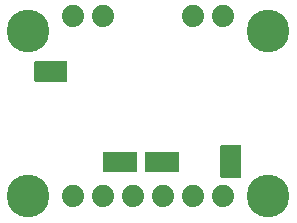
<source format=gbr>
G04 EAGLE Gerber RS-274X export*
G75*
%MOMM*%
%FSLAX34Y34*%
%LPD*%
%INSoldermask Bottom*%
%IPPOS*%
%AMOC8*
5,1,8,0,0,1.08239X$1,22.5*%
G01*
%ADD10C,1.879600*%
%ADD11C,3.617600*%
%ADD12R,2.921000X1.651000*%

G36*
X204588Y40656D02*
X204588Y40656D01*
X204707Y40663D01*
X204745Y40676D01*
X204786Y40681D01*
X204896Y40724D01*
X205009Y40761D01*
X205044Y40783D01*
X205081Y40798D01*
X205177Y40868D01*
X205278Y40931D01*
X205306Y40961D01*
X205339Y40984D01*
X205415Y41076D01*
X205496Y41163D01*
X205516Y41198D01*
X205541Y41229D01*
X205592Y41337D01*
X205650Y41441D01*
X205660Y41481D01*
X205677Y41517D01*
X205699Y41634D01*
X205729Y41749D01*
X205733Y41810D01*
X205737Y41830D01*
X205735Y41850D01*
X205739Y41910D01*
X205739Y67310D01*
X205724Y67428D01*
X205717Y67547D01*
X205704Y67585D01*
X205699Y67626D01*
X205656Y67736D01*
X205619Y67849D01*
X205597Y67884D01*
X205582Y67921D01*
X205513Y68017D01*
X205449Y68118D01*
X205419Y68146D01*
X205396Y68179D01*
X205304Y68255D01*
X205217Y68336D01*
X205182Y68356D01*
X205151Y68381D01*
X205043Y68432D01*
X204939Y68490D01*
X204899Y68500D01*
X204863Y68517D01*
X204746Y68539D01*
X204631Y68569D01*
X204571Y68573D01*
X204551Y68577D01*
X204530Y68575D01*
X204470Y68579D01*
X189230Y68579D01*
X189112Y68564D01*
X188993Y68557D01*
X188955Y68544D01*
X188914Y68539D01*
X188804Y68496D01*
X188691Y68459D01*
X188656Y68437D01*
X188619Y68422D01*
X188523Y68353D01*
X188422Y68289D01*
X188394Y68259D01*
X188361Y68236D01*
X188286Y68144D01*
X188204Y68057D01*
X188184Y68022D01*
X188159Y67991D01*
X188108Y67883D01*
X188050Y67779D01*
X188040Y67739D01*
X188023Y67703D01*
X188001Y67586D01*
X187971Y67471D01*
X187967Y67411D01*
X187963Y67391D01*
X187964Y67379D01*
X187963Y67376D01*
X187964Y67363D01*
X187961Y67310D01*
X187961Y41910D01*
X187976Y41792D01*
X187983Y41673D01*
X187996Y41635D01*
X188001Y41594D01*
X188044Y41484D01*
X188081Y41371D01*
X188103Y41336D01*
X188118Y41299D01*
X188188Y41203D01*
X188251Y41102D01*
X188281Y41074D01*
X188304Y41041D01*
X188396Y40966D01*
X188483Y40884D01*
X188518Y40864D01*
X188549Y40839D01*
X188657Y40788D01*
X188761Y40730D01*
X188801Y40720D01*
X188837Y40703D01*
X188954Y40681D01*
X189069Y40651D01*
X189130Y40647D01*
X189150Y40643D01*
X189170Y40645D01*
X189230Y40641D01*
X204470Y40641D01*
X204588Y40656D01*
G37*
G36*
X57268Y121936D02*
X57268Y121936D01*
X57387Y121943D01*
X57425Y121956D01*
X57466Y121961D01*
X57576Y122004D01*
X57689Y122041D01*
X57724Y122063D01*
X57761Y122078D01*
X57857Y122148D01*
X57958Y122211D01*
X57986Y122241D01*
X58019Y122264D01*
X58095Y122356D01*
X58176Y122443D01*
X58196Y122478D01*
X58221Y122509D01*
X58272Y122617D01*
X58330Y122721D01*
X58340Y122761D01*
X58357Y122797D01*
X58379Y122914D01*
X58409Y123029D01*
X58413Y123090D01*
X58417Y123110D01*
X58415Y123130D01*
X58419Y123190D01*
X58419Y138430D01*
X58404Y138548D01*
X58397Y138667D01*
X58384Y138705D01*
X58379Y138746D01*
X58336Y138856D01*
X58299Y138969D01*
X58277Y139004D01*
X58262Y139041D01*
X58193Y139137D01*
X58129Y139238D01*
X58099Y139266D01*
X58076Y139299D01*
X57984Y139375D01*
X57897Y139456D01*
X57862Y139476D01*
X57831Y139501D01*
X57723Y139552D01*
X57619Y139610D01*
X57579Y139620D01*
X57543Y139637D01*
X57426Y139659D01*
X57311Y139689D01*
X57251Y139693D01*
X57231Y139697D01*
X57210Y139695D01*
X57150Y139699D01*
X31750Y139699D01*
X31632Y139684D01*
X31513Y139677D01*
X31475Y139664D01*
X31434Y139659D01*
X31324Y139616D01*
X31211Y139579D01*
X31176Y139557D01*
X31139Y139542D01*
X31043Y139473D01*
X30942Y139409D01*
X30914Y139379D01*
X30881Y139356D01*
X30806Y139264D01*
X30724Y139177D01*
X30704Y139142D01*
X30679Y139111D01*
X30628Y139003D01*
X30570Y138899D01*
X30560Y138859D01*
X30543Y138823D01*
X30521Y138706D01*
X30491Y138591D01*
X30487Y138531D01*
X30483Y138511D01*
X30484Y138504D01*
X30483Y138502D01*
X30484Y138486D01*
X30481Y138430D01*
X30481Y123190D01*
X30496Y123072D01*
X30503Y122953D01*
X30516Y122915D01*
X30521Y122874D01*
X30564Y122764D01*
X30601Y122651D01*
X30623Y122616D01*
X30638Y122579D01*
X30708Y122483D01*
X30771Y122382D01*
X30801Y122354D01*
X30824Y122321D01*
X30916Y122246D01*
X31003Y122164D01*
X31038Y122144D01*
X31069Y122119D01*
X31177Y122068D01*
X31281Y122010D01*
X31321Y122000D01*
X31357Y121983D01*
X31474Y121961D01*
X31589Y121931D01*
X31650Y121927D01*
X31670Y121923D01*
X31690Y121925D01*
X31750Y121921D01*
X57150Y121921D01*
X57268Y121936D01*
G37*
D10*
X63500Y25400D03*
X88900Y25400D03*
X114300Y25400D03*
X139700Y25400D03*
X165100Y25400D03*
X190500Y25400D03*
D11*
X25400Y165100D03*
X228600Y165100D03*
X25400Y25400D03*
X228600Y25400D03*
D10*
X190500Y177800D03*
X165100Y177800D03*
X63500Y177800D03*
X88900Y177800D03*
D12*
X102870Y54610D03*
X138430Y54610D03*
M02*

</source>
